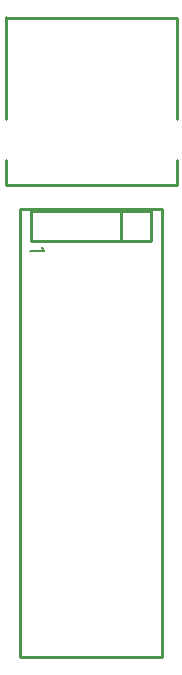
<source format=gto>
G04 Layer: TopSilkscreenLayer*
G04 EasyEDA Pro v2.1.54, 2024-04-03 12:40:51*
G04 Gerber Generator version 0.3*
G04 Scale: 100 percent, Rotated: No, Reflected: No*
G04 Dimensions in millimeters*
G04 Leading zeros omitted, absolute positions, 3 integers and 5 decimals*
%FSLAX35Y35*%
%MOMM*%
%ADD10C,0.2032*%
%ADD11C,0.254*%
G75*


G04 Text Start*
G54D10*
G01X2179630Y-2376073D02*
G01X2185218Y-2387503D01*
G01X2202490Y-2404775D01*
G01X2082348D01*
G04 Text End*

G04 PolygonModel Start*
G54D11*
G01X2851648Y-2327000D02*
G01X2092000Y-2327000D01*
G01X2092000Y-2327000D02*
G01X2092000Y-2073000D01*
G01X2092000Y-2073000D02*
G01X3108000Y-2073000D01*
G01X3108000Y-2073000D02*
G01X3108000Y-2327000D01*
G01X3108000Y-2327000D02*
G01X2851648Y-2327000D01*
G01X2851648Y-2327000D02*
G01X2851648Y-2073000D01*
G01X3199999Y-2050000D02*
G01X3199999Y-5849993D01*
G01X3199999Y-5849993D02*
G01X2000001Y-5849993D01*
G01X2000001Y-5849993D02*
G01X2000001Y-2050000D01*
G01X2000001Y-2050000D02*
G01X3199999Y-2050000D01*
G01X1876103Y-1288705D02*
G01X1876103Y-431603D01*
G01X3322503Y-1640828D02*
G01X3322503Y-1854003D01*
G01X3322503Y-1854003D02*
G01X1876103Y-1854003D01*
G01X1876103Y-1854003D02*
G01X1876103Y-1640302D01*
G01X3322503Y-434503D02*
G01X3322503Y-1288180D01*
G01X1877502Y-434503D02*
G01X3322503Y-434503D01*
G04 PolygonModel End*

M02*

</source>
